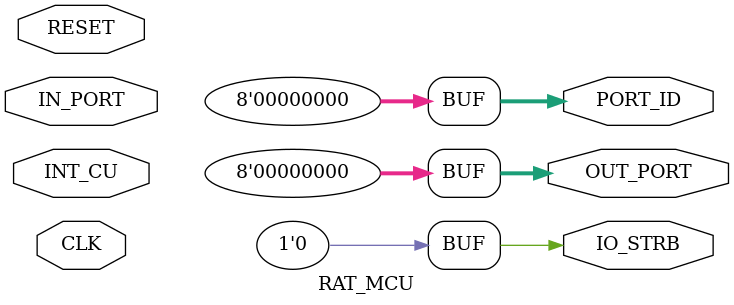
<source format=sv>
`include "/home/victor/CPE233/Modules/mux_2t1_nb.v"                                   
`include "/home/victor/CPE233/Modules/mux_4t1_nb.v"                                   
`include "./ALU.sv"                                                        
`include "./CONTROL_UNIT.sv"                                               
`include "./FLAGS.sv"                                                      
`include "./ProgCounter.sv"                                                
`include "./ProgRom.sv"                                                    
`include "./REG_FILE.sv"  




module RAT_MCU(
	input [7:0] IN_PORT,
	input RESET,
	input INT_CU,
	input CLK,
	output logic [7:0] OUT_PORT = 0,
	output logic [7:0] PORT_ID = 0,
	output logic IO_STRB = 0
	); 


logic [17:0] PROG_IR;

logic C_FLAG, Z_FLAG;
logic PC_LD, PC_INC;
logic [1:0] PC_MUX_SEL;
logic ALU_OPY_SEL;
logic [3:0] ALU_SEL;
logic RF_WR;
logic [1:0] RF_WR_SEL;
logic FLG_C_SET;
logic FLG_C_CLR;
logic FLG_C_LD;
logic FLG_Z_LD;
logic RST;
logic C,Z;
logic DIN_PC;
logic PC_COUNT;
logic [7:0] DY_OUT, DX_OUT;
logic [7:0] B;
logic [7:0] DIN_RF, RESULT;

//========INFORMATION ABOUT NON USED PORTS TIED TO 0======\\
//====Control unit======\\
	CONTROL_UNIT CU(
		.OPCODE_HI_5(PROG_IR[17:13]),
		.OPCODE_LOW_2(PROG_IR[1:0]),
		.INT_CU(INT_CU),
		.C_FLAG(C_FLAG),
		.Z_FLAG(Z_FLAG),
		.RESET(RESET),
		.CLK(CLK),		
		.I_SET(0),
		.I_CLR(0),
		.PC_LD(PC_LD),
		.PC_INC(PC_INC),
		.PC_MUX_SEL(PC_MUX_SEL),
		.ALU_OPY_SEL(ALU_OPY_SEL),
		.ALU_SEL(ALU_SEL),
		.RF_WR(RF_WR),
		.RF_WR_SEL(RF_WR_SEL),
		.SP_LD(0),
		.SP_INCR(0),
		.SP_DECR(0),
		.SCR_WE(0),
		.SCR_ADDR_SEL(0),
		.FLG_C_SET(FLG_C_SET),
		.FLG_C_CLR(FLG_C_CLR),
		.FLG_C_LD(FLG_C_LD),
		.FLG_Z_LD(FLG_Z_LD),
		.FLG_LD_SEL(FLG_LD_SEL),
	    .FLG_SHAD_LD(0),
		.RST(RST),
		.IO_STRB(IO_STRB) //unsure
);

//================left side===============
	mux_4t1_nb #(.n(10)) PC_DIN_INPUT(
		.SEL(PC_MUX_SEL), 
      		.D0(PROG_IR[12:3]), 
		.D1(0), //come back to
		.D2('h3FF), 
		.D3(0), //dont care
       		.D_OUT(DIN_PC) 
  
	);

	ProgCounter #(.n(10)) PC(
		.DIN(DIN_PC),
		.PC_LD(PC_LD),
		.PC_INC(PC_INC),
		.RST(RST),
		.CLK(CLK),
	 	.PC_COUNT(PC_COUNT)
	);

		ProgRom PROM(
		.PROG_CLK(CLK), 
		.PROG_ADDR(PC_COUNT), 
		.PROG_IR(PROG_IR)
	);
//================end of left side ==========	

//===============start of  POWR house
	FLAGS flag(
		.CLK(CLK),
		.FLG_C_SET(FLG_C_SET),
		.FLG_C_LD(FLG_C_LD),
		.C(C),
		.FLG_C_CLR(FLG_C_CLR),
		.FLG_Z_LD(FLG_Z_LD),
		.Z(Z),
		.C_FLAG(C_FLAG),
		.Z_FLAG(Z_FLAG)
	);



	mux_4t1_nb #(.n(8)) RF_DIN_INPUT(
		.SEL(RF_WR_SEL), 
      	.D0(RESULT), 
		.D1(), //unsure
		.D2(0), 
		.D3(IN_PORT),
       		.D_OUT(DIN_RF) 
  
	);
	REG_FILE RF(
		.DIN(DIN_RF),
		.ADRX(ADRX),
		.ADRY(ADRY),
		.RF_WR(RF_WR),
		.CLK(CLK),
		.DX_OUT(DX_OUT),
		.DY_OUT(DY_OUT)
	);

	mux_2t1_nb #(.n(8)) ALU_B_INPUT(			
		.SEL(ALU_OPY_SEL), 
      		.D0(DY_OUT), 
		.D1(PROG_IR[7:0]), 
		.D_OUT(B)
	);
	
	
	ALU alu(
		.SEL(ALU_SEL),
		.A(DX_OUT),
		.B(B),
		.CIN(C_FLAG),
		.RESULT(RESULT),
		.C(C),
		.Z(Z)
	);
	

//=================end POWER house=============	
endmodule


</source>
